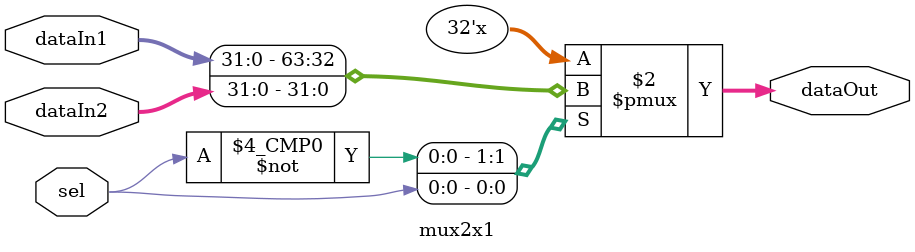
<source format=sv>
module mux2x1(
	input sel,
	input[31:0] dataIn1, dataIn2,  
	output logic [31:0] dataOut
);
always_comb
begin
	case(sel)
	1'd0: dataOut = dataIn1;
	1'd1: dataOut = dataIn2;
	default: dataOut = dataIn1;
	endcase
end 
endmodule


</source>
